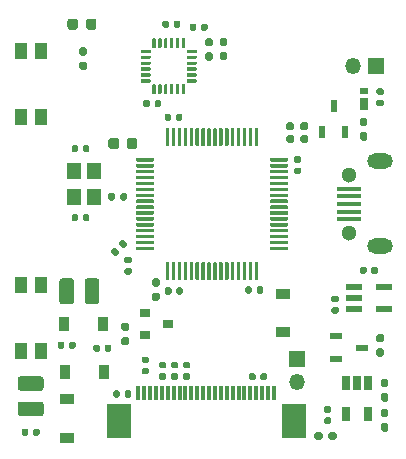
<source format=gbr>
%TF.GenerationSoftware,KiCad,Pcbnew,5.1.9-73d0e3b20d~88~ubuntu20.04.1*%
%TF.CreationDate,2021-02-04T03:58:01+01:00*%
%TF.ProjectId,MorphWatch-STM32,4d6f7270-6857-4617-9463-682d53544d33,rev?*%
%TF.SameCoordinates,Original*%
%TF.FileFunction,Paste,Top*%
%TF.FilePolarity,Positive*%
%FSLAX46Y46*%
G04 Gerber Fmt 4.6, Leading zero omitted, Abs format (unit mm)*
G04 Created by KiCad (PCBNEW 5.1.9-73d0e3b20d~88~ubuntu20.04.1) date 2021-02-04 03:58:01*
%MOMM*%
%LPD*%
G01*
G04 APERTURE LIST*
%ADD10O,1.350000X1.350000*%
%ADD11R,1.350000X1.350000*%
%ADD12R,2.000000X0.400000*%
%ADD13O,2.200000X1.300000*%
%ADD14C,1.300000*%
%ADD15R,0.800000X1.010000*%
%ADD16R,0.800000X0.610000*%
%ADD17R,1.200000X1.400000*%
%ADD18R,0.650000X1.220000*%
%ADD19R,1.000000X1.400000*%
%ADD20R,0.600000X1.100000*%
%ADD21R,0.900000X0.800000*%
%ADD22R,1.100000X0.600000*%
%ADD23R,0.300000X1.300000*%
%ADD24R,2.000000X3.000000*%
%ADD25R,1.400000X0.600000*%
%ADD26R,0.900000X1.200000*%
%ADD27R,1.200000X0.900000*%
G04 APERTURE END LIST*
%TO.C,C11*%
G36*
G01*
X124815000Y-79291000D02*
X124815000Y-78951000D01*
G75*
G02*
X124955000Y-78811000I140000J0D01*
G01*
X125235000Y-78811000D01*
G75*
G02*
X125375000Y-78951000I0J-140000D01*
G01*
X125375000Y-79291000D01*
G75*
G02*
X125235000Y-79431000I-140000J0D01*
G01*
X124955000Y-79431000D01*
G75*
G02*
X124815000Y-79291000I0J140000D01*
G01*
G37*
G36*
G01*
X123855000Y-79291000D02*
X123855000Y-78951000D01*
G75*
G02*
X123995000Y-78811000I140000J0D01*
G01*
X124275000Y-78811000D01*
G75*
G02*
X124415000Y-78951000I0J-140000D01*
G01*
X124415000Y-79291000D01*
G75*
G02*
X124275000Y-79431000I-140000J0D01*
G01*
X123995000Y-79431000D01*
G75*
G02*
X123855000Y-79291000I0J140000D01*
G01*
G37*
%TD*%
D10*
%TO.C,J4*%
X142938500Y-98901000D03*
D11*
X142938500Y-96901000D03*
%TD*%
%TO.C,C13*%
G36*
G01*
X145372000Y-101863500D02*
X145712000Y-101863500D01*
G75*
G02*
X145852000Y-102003500I0J-140000D01*
G01*
X145852000Y-102283500D01*
G75*
G02*
X145712000Y-102423500I-140000J0D01*
G01*
X145372000Y-102423500D01*
G75*
G02*
X145232000Y-102283500I0J140000D01*
G01*
X145232000Y-102003500D01*
G75*
G02*
X145372000Y-101863500I140000J0D01*
G01*
G37*
G36*
G01*
X145372000Y-100903500D02*
X145712000Y-100903500D01*
G75*
G02*
X145852000Y-101043500I0J-140000D01*
G01*
X145852000Y-101323500D01*
G75*
G02*
X145712000Y-101463500I-140000J0D01*
G01*
X145372000Y-101463500D01*
G75*
G02*
X145232000Y-101323500I0J140000D01*
G01*
X145232000Y-101043500D01*
G75*
G02*
X145372000Y-100903500I140000J0D01*
G01*
G37*
%TD*%
%TO.C,C22*%
G36*
G01*
X130483000Y-75141000D02*
X130483000Y-75481000D01*
G75*
G02*
X130343000Y-75621000I-140000J0D01*
G01*
X130063000Y-75621000D01*
G75*
G02*
X129923000Y-75481000I0J140000D01*
G01*
X129923000Y-75141000D01*
G75*
G02*
X130063000Y-75001000I140000J0D01*
G01*
X130343000Y-75001000D01*
G75*
G02*
X130483000Y-75141000I0J-140000D01*
G01*
G37*
G36*
G01*
X131443000Y-75141000D02*
X131443000Y-75481000D01*
G75*
G02*
X131303000Y-75621000I-140000J0D01*
G01*
X131023000Y-75621000D01*
G75*
G02*
X130883000Y-75481000I0J140000D01*
G01*
X130883000Y-75141000D01*
G75*
G02*
X131023000Y-75001000I140000J0D01*
G01*
X131303000Y-75001000D01*
G75*
G02*
X131443000Y-75141000I0J-140000D01*
G01*
G37*
%TD*%
%TO.C,C21*%
G36*
G01*
X132506000Y-68750000D02*
X132506000Y-68410000D01*
G75*
G02*
X132646000Y-68270000I140000J0D01*
G01*
X132926000Y-68270000D01*
G75*
G02*
X133066000Y-68410000I0J-140000D01*
G01*
X133066000Y-68750000D01*
G75*
G02*
X132926000Y-68890000I-140000J0D01*
G01*
X132646000Y-68890000D01*
G75*
G02*
X132506000Y-68750000I0J140000D01*
G01*
G37*
G36*
G01*
X131546000Y-68750000D02*
X131546000Y-68410000D01*
G75*
G02*
X131686000Y-68270000I140000J0D01*
G01*
X131966000Y-68270000D01*
G75*
G02*
X132106000Y-68410000I0J-140000D01*
G01*
X132106000Y-68750000D01*
G75*
G02*
X131966000Y-68890000I-140000J0D01*
G01*
X131686000Y-68890000D01*
G75*
G02*
X131546000Y-68750000I0J140000D01*
G01*
G37*
%TD*%
%TO.C,C8*%
G36*
G01*
X127943000Y-99715500D02*
X127943000Y-100055500D01*
G75*
G02*
X127803000Y-100195500I-140000J0D01*
G01*
X127523000Y-100195500D01*
G75*
G02*
X127383000Y-100055500I0J140000D01*
G01*
X127383000Y-99715500D01*
G75*
G02*
X127523000Y-99575500I140000J0D01*
G01*
X127803000Y-99575500D01*
G75*
G02*
X127943000Y-99715500I0J-140000D01*
G01*
G37*
G36*
G01*
X128903000Y-99715500D02*
X128903000Y-100055500D01*
G75*
G02*
X128763000Y-100195500I-140000J0D01*
G01*
X128483000Y-100195500D01*
G75*
G02*
X128343000Y-100055500I0J140000D01*
G01*
X128343000Y-99715500D01*
G75*
G02*
X128483000Y-99575500I140000J0D01*
G01*
X128763000Y-99575500D01*
G75*
G02*
X128903000Y-99715500I0J-140000D01*
G01*
G37*
%TD*%
%TO.C,R12*%
G36*
G01*
X127520000Y-83000000D02*
X127520000Y-83370000D01*
G75*
G02*
X127385000Y-83505000I-135000J0D01*
G01*
X127115000Y-83505000D01*
G75*
G02*
X126980000Y-83370000I0J135000D01*
G01*
X126980000Y-83000000D01*
G75*
G02*
X127115000Y-82865000I135000J0D01*
G01*
X127385000Y-82865000D01*
G75*
G02*
X127520000Y-83000000I0J-135000D01*
G01*
G37*
G36*
G01*
X128540000Y-83000000D02*
X128540000Y-83370000D01*
G75*
G02*
X128405000Y-83505000I-135000J0D01*
G01*
X128135000Y-83505000D01*
G75*
G02*
X128000000Y-83370000I0J135000D01*
G01*
X128000000Y-83000000D01*
G75*
G02*
X128135000Y-82865000I135000J0D01*
G01*
X128405000Y-82865000D01*
G75*
G02*
X128540000Y-83000000I0J-135000D01*
G01*
G37*
%TD*%
%TO.C,C23*%
G36*
G01*
X133434000Y-98117000D02*
X133774000Y-98117000D01*
G75*
G02*
X133914000Y-98257000I0J-140000D01*
G01*
X133914000Y-98537000D01*
G75*
G02*
X133774000Y-98677000I-140000J0D01*
G01*
X133434000Y-98677000D01*
G75*
G02*
X133294000Y-98537000I0J140000D01*
G01*
X133294000Y-98257000D01*
G75*
G02*
X133434000Y-98117000I140000J0D01*
G01*
G37*
G36*
G01*
X133434000Y-97157000D02*
X133774000Y-97157000D01*
G75*
G02*
X133914000Y-97297000I0J-140000D01*
G01*
X133914000Y-97577000D01*
G75*
G02*
X133774000Y-97717000I-140000J0D01*
G01*
X133434000Y-97717000D01*
G75*
G02*
X133294000Y-97577000I0J140000D01*
G01*
X133294000Y-97297000D01*
G75*
G02*
X133434000Y-97157000I140000J0D01*
G01*
G37*
%TD*%
%TO.C,C19*%
G36*
G01*
X134820000Y-69004000D02*
X134820000Y-68664000D01*
G75*
G02*
X134960000Y-68524000I140000J0D01*
G01*
X135240000Y-68524000D01*
G75*
G02*
X135380000Y-68664000I0J-140000D01*
G01*
X135380000Y-69004000D01*
G75*
G02*
X135240000Y-69144000I-140000J0D01*
G01*
X134960000Y-69144000D01*
G75*
G02*
X134820000Y-69004000I0J140000D01*
G01*
G37*
G36*
G01*
X133860000Y-69004000D02*
X133860000Y-68664000D01*
G75*
G02*
X134000000Y-68524000I140000J0D01*
G01*
X134280000Y-68524000D01*
G75*
G02*
X134420000Y-68664000I0J-140000D01*
G01*
X134420000Y-69004000D01*
G75*
G02*
X134280000Y-69144000I-140000J0D01*
G01*
X134000000Y-69144000D01*
G75*
G02*
X133860000Y-69004000I0J140000D01*
G01*
G37*
%TD*%
%TO.C,C18*%
G36*
G01*
X128481000Y-89227000D02*
X128821000Y-89227000D01*
G75*
G02*
X128961000Y-89367000I0J-140000D01*
G01*
X128961000Y-89647000D01*
G75*
G02*
X128821000Y-89787000I-140000J0D01*
G01*
X128481000Y-89787000D01*
G75*
G02*
X128341000Y-89647000I0J140000D01*
G01*
X128341000Y-89367000D01*
G75*
G02*
X128481000Y-89227000I140000J0D01*
G01*
G37*
G36*
G01*
X128481000Y-88267000D02*
X128821000Y-88267000D01*
G75*
G02*
X128961000Y-88407000I0J-140000D01*
G01*
X128961000Y-88687000D01*
G75*
G02*
X128821000Y-88827000I-140000J0D01*
G01*
X128481000Y-88827000D01*
G75*
G02*
X128341000Y-88687000I0J140000D01*
G01*
X128341000Y-88407000D01*
G75*
G02*
X128481000Y-88267000I140000J0D01*
G01*
G37*
%TD*%
%TO.C,C17*%
G36*
G01*
X127627371Y-87524213D02*
X127867787Y-87764629D01*
G75*
G02*
X127867787Y-87962619I-98995J-98995D01*
G01*
X127669797Y-88160609D01*
G75*
G02*
X127471807Y-88160609I-98995J98995D01*
G01*
X127231391Y-87920193D01*
G75*
G02*
X127231391Y-87722203I98995J98995D01*
G01*
X127429381Y-87524213D01*
G75*
G02*
X127627371Y-87524213I98995J-98995D01*
G01*
G37*
G36*
G01*
X128306193Y-86845391D02*
X128546609Y-87085807D01*
G75*
G02*
X128546609Y-87283797I-98995J-98995D01*
G01*
X128348619Y-87481787D01*
G75*
G02*
X128150629Y-87481787I-98995J98995D01*
G01*
X127910213Y-87241371D01*
G75*
G02*
X127910213Y-87043381I98995J98995D01*
G01*
X128108203Y-86845391D01*
G75*
G02*
X128306193Y-86845391I98995J-98995D01*
G01*
G37*
%TD*%
%TO.C,C16*%
G36*
G01*
X132324500Y-90990600D02*
X132324500Y-91330600D01*
G75*
G02*
X132184500Y-91470600I-140000J0D01*
G01*
X131904500Y-91470600D01*
G75*
G02*
X131764500Y-91330600I0J140000D01*
G01*
X131764500Y-90990600D01*
G75*
G02*
X131904500Y-90850600I140000J0D01*
G01*
X132184500Y-90850600D01*
G75*
G02*
X132324500Y-90990600I0J-140000D01*
G01*
G37*
G36*
G01*
X133284500Y-90990600D02*
X133284500Y-91330600D01*
G75*
G02*
X133144500Y-91470600I-140000J0D01*
G01*
X132864500Y-91470600D01*
G75*
G02*
X132724500Y-91330600I0J140000D01*
G01*
X132724500Y-90990600D01*
G75*
G02*
X132864500Y-90850600I140000J0D01*
G01*
X133144500Y-90850600D01*
G75*
G02*
X133284500Y-90990600I0J-140000D01*
G01*
G37*
%TD*%
%TO.C,C15*%
G36*
G01*
X142832000Y-80718000D02*
X143172000Y-80718000D01*
G75*
G02*
X143312000Y-80858000I0J-140000D01*
G01*
X143312000Y-81138000D01*
G75*
G02*
X143172000Y-81278000I-140000J0D01*
G01*
X142832000Y-81278000D01*
G75*
G02*
X142692000Y-81138000I0J140000D01*
G01*
X142692000Y-80858000D01*
G75*
G02*
X142832000Y-80718000I140000J0D01*
G01*
G37*
G36*
G01*
X142832000Y-79758000D02*
X143172000Y-79758000D01*
G75*
G02*
X143312000Y-79898000I0J-140000D01*
G01*
X143312000Y-80178000D01*
G75*
G02*
X143172000Y-80318000I-140000J0D01*
G01*
X142832000Y-80318000D01*
G75*
G02*
X142692000Y-80178000I0J140000D01*
G01*
X142692000Y-79898000D01*
G75*
G02*
X142832000Y-79758000I140000J0D01*
G01*
G37*
%TD*%
%TO.C,C14*%
G36*
G01*
X132689000Y-76624000D02*
X132689000Y-76284000D01*
G75*
G02*
X132829000Y-76144000I140000J0D01*
G01*
X133109000Y-76144000D01*
G75*
G02*
X133249000Y-76284000I0J-140000D01*
G01*
X133249000Y-76624000D01*
G75*
G02*
X133109000Y-76764000I-140000J0D01*
G01*
X132829000Y-76764000D01*
G75*
G02*
X132689000Y-76624000I0J140000D01*
G01*
G37*
G36*
G01*
X131729000Y-76624000D02*
X131729000Y-76284000D01*
G75*
G02*
X131869000Y-76144000I140000J0D01*
G01*
X132149000Y-76144000D01*
G75*
G02*
X132289000Y-76284000I0J-140000D01*
G01*
X132289000Y-76624000D01*
G75*
G02*
X132149000Y-76764000I-140000J0D01*
G01*
X131869000Y-76764000D01*
G75*
G02*
X131729000Y-76624000I0J140000D01*
G01*
G37*
%TD*%
%TO.C,C12*%
G36*
G01*
X124415000Y-84793000D02*
X124415000Y-85133000D01*
G75*
G02*
X124275000Y-85273000I-140000J0D01*
G01*
X123995000Y-85273000D01*
G75*
G02*
X123855000Y-85133000I0J140000D01*
G01*
X123855000Y-84793000D01*
G75*
G02*
X123995000Y-84653000I140000J0D01*
G01*
X124275000Y-84653000D01*
G75*
G02*
X124415000Y-84793000I0J-140000D01*
G01*
G37*
G36*
G01*
X125375000Y-84793000D02*
X125375000Y-85133000D01*
G75*
G02*
X125235000Y-85273000I-140000J0D01*
G01*
X124955000Y-85273000D01*
G75*
G02*
X124815000Y-85133000I0J140000D01*
G01*
X124815000Y-84793000D01*
G75*
G02*
X124955000Y-84653000I140000J0D01*
G01*
X125235000Y-84653000D01*
G75*
G02*
X125375000Y-84793000I0J-140000D01*
G01*
G37*
%TD*%
%TO.C,C10*%
G36*
G01*
X148834500Y-89238000D02*
X148834500Y-89578000D01*
G75*
G02*
X148694500Y-89718000I-140000J0D01*
G01*
X148414500Y-89718000D01*
G75*
G02*
X148274500Y-89578000I0J140000D01*
G01*
X148274500Y-89238000D01*
G75*
G02*
X148414500Y-89098000I140000J0D01*
G01*
X148694500Y-89098000D01*
G75*
G02*
X148834500Y-89238000I0J-140000D01*
G01*
G37*
G36*
G01*
X149794500Y-89238000D02*
X149794500Y-89578000D01*
G75*
G02*
X149654500Y-89718000I-140000J0D01*
G01*
X149374500Y-89718000D01*
G75*
G02*
X149234500Y-89578000I0J140000D01*
G01*
X149234500Y-89238000D01*
G75*
G02*
X149374500Y-89098000I140000J0D01*
G01*
X149654500Y-89098000D01*
G75*
G02*
X149794500Y-89238000I0J-140000D01*
G01*
G37*
%TD*%
%TO.C,C9*%
G36*
G01*
X139836500Y-98595000D02*
X139836500Y-98255000D01*
G75*
G02*
X139976500Y-98115000I140000J0D01*
G01*
X140256500Y-98115000D01*
G75*
G02*
X140396500Y-98255000I0J-140000D01*
G01*
X140396500Y-98595000D01*
G75*
G02*
X140256500Y-98735000I-140000J0D01*
G01*
X139976500Y-98735000D01*
G75*
G02*
X139836500Y-98595000I0J140000D01*
G01*
G37*
G36*
G01*
X138876500Y-98595000D02*
X138876500Y-98255000D01*
G75*
G02*
X139016500Y-98115000I140000J0D01*
G01*
X139296500Y-98115000D01*
G75*
G02*
X139436500Y-98255000I0J-140000D01*
G01*
X139436500Y-98595000D01*
G75*
G02*
X139296500Y-98735000I-140000J0D01*
G01*
X139016500Y-98735000D01*
G75*
G02*
X138876500Y-98595000I0J140000D01*
G01*
G37*
%TD*%
%TO.C,C7*%
G36*
G01*
X130281500Y-97272500D02*
X129941500Y-97272500D01*
G75*
G02*
X129801500Y-97132500I0J140000D01*
G01*
X129801500Y-96852500D01*
G75*
G02*
X129941500Y-96712500I140000J0D01*
G01*
X130281500Y-96712500D01*
G75*
G02*
X130421500Y-96852500I0J-140000D01*
G01*
X130421500Y-97132500D01*
G75*
G02*
X130281500Y-97272500I-140000J0D01*
G01*
G37*
G36*
G01*
X130281500Y-98232500D02*
X129941500Y-98232500D01*
G75*
G02*
X129801500Y-98092500I0J140000D01*
G01*
X129801500Y-97812500D01*
G75*
G02*
X129941500Y-97672500I140000J0D01*
G01*
X130281500Y-97672500D01*
G75*
G02*
X130421500Y-97812500I0J-140000D01*
G01*
X130421500Y-98092500D01*
G75*
G02*
X130281500Y-98232500I-140000J0D01*
G01*
G37*
%TD*%
%TO.C,C6*%
G36*
G01*
X131742000Y-97717000D02*
X131402000Y-97717000D01*
G75*
G02*
X131262000Y-97577000I0J140000D01*
G01*
X131262000Y-97297000D01*
G75*
G02*
X131402000Y-97157000I140000J0D01*
G01*
X131742000Y-97157000D01*
G75*
G02*
X131882000Y-97297000I0J-140000D01*
G01*
X131882000Y-97577000D01*
G75*
G02*
X131742000Y-97717000I-140000J0D01*
G01*
G37*
G36*
G01*
X131742000Y-98677000D02*
X131402000Y-98677000D01*
G75*
G02*
X131262000Y-98537000I0J140000D01*
G01*
X131262000Y-98257000D01*
G75*
G02*
X131402000Y-98117000I140000J0D01*
G01*
X131742000Y-98117000D01*
G75*
G02*
X131882000Y-98257000I0J-140000D01*
G01*
X131882000Y-98537000D01*
G75*
G02*
X131742000Y-98677000I-140000J0D01*
G01*
G37*
%TD*%
%TO.C,C5*%
G36*
G01*
X132758000Y-97717000D02*
X132418000Y-97717000D01*
G75*
G02*
X132278000Y-97577000I0J140000D01*
G01*
X132278000Y-97297000D01*
G75*
G02*
X132418000Y-97157000I140000J0D01*
G01*
X132758000Y-97157000D01*
G75*
G02*
X132898000Y-97297000I0J-140000D01*
G01*
X132898000Y-97577000D01*
G75*
G02*
X132758000Y-97717000I-140000J0D01*
G01*
G37*
G36*
G01*
X132758000Y-98677000D02*
X132418000Y-98677000D01*
G75*
G02*
X132278000Y-98537000I0J140000D01*
G01*
X132278000Y-98257000D01*
G75*
G02*
X132418000Y-98117000I140000J0D01*
G01*
X132758000Y-98117000D01*
G75*
G02*
X132898000Y-98257000I0J-140000D01*
G01*
X132898000Y-98537000D01*
G75*
G02*
X132758000Y-98677000I-140000J0D01*
G01*
G37*
%TD*%
%TO.C,C4*%
G36*
G01*
X146347000Y-92129000D02*
X146007000Y-92129000D01*
G75*
G02*
X145867000Y-91989000I0J140000D01*
G01*
X145867000Y-91709000D01*
G75*
G02*
X146007000Y-91569000I140000J0D01*
G01*
X146347000Y-91569000D01*
G75*
G02*
X146487000Y-91709000I0J-140000D01*
G01*
X146487000Y-91989000D01*
G75*
G02*
X146347000Y-92129000I-140000J0D01*
G01*
G37*
G36*
G01*
X146347000Y-93089000D02*
X146007000Y-93089000D01*
G75*
G02*
X145867000Y-92949000I0J140000D01*
G01*
X145867000Y-92669000D01*
G75*
G02*
X146007000Y-92529000I140000J0D01*
G01*
X146347000Y-92529000D01*
G75*
G02*
X146487000Y-92669000I0J-140000D01*
G01*
X146487000Y-92949000D01*
G75*
G02*
X146347000Y-93089000I-140000J0D01*
G01*
G37*
%TD*%
%TO.C,C3*%
G36*
G01*
X126664000Y-96182000D02*
X126664000Y-95842000D01*
G75*
G02*
X126804000Y-95702000I140000J0D01*
G01*
X127084000Y-95702000D01*
G75*
G02*
X127224000Y-95842000I0J-140000D01*
G01*
X127224000Y-96182000D01*
G75*
G02*
X127084000Y-96322000I-140000J0D01*
G01*
X126804000Y-96322000D01*
G75*
G02*
X126664000Y-96182000I0J140000D01*
G01*
G37*
G36*
G01*
X125704000Y-96182000D02*
X125704000Y-95842000D01*
G75*
G02*
X125844000Y-95702000I140000J0D01*
G01*
X126124000Y-95702000D01*
G75*
G02*
X126264000Y-95842000I0J-140000D01*
G01*
X126264000Y-96182000D01*
G75*
G02*
X126124000Y-96322000I-140000J0D01*
G01*
X125844000Y-96322000D01*
G75*
G02*
X125704000Y-96182000I0J140000D01*
G01*
G37*
%TD*%
%TO.C,C2*%
G36*
G01*
X123244000Y-95588000D02*
X123244000Y-95928000D01*
G75*
G02*
X123104000Y-96068000I-140000J0D01*
G01*
X122824000Y-96068000D01*
G75*
G02*
X122684000Y-95928000I0J140000D01*
G01*
X122684000Y-95588000D01*
G75*
G02*
X122824000Y-95448000I140000J0D01*
G01*
X123104000Y-95448000D01*
G75*
G02*
X123244000Y-95588000I0J-140000D01*
G01*
G37*
G36*
G01*
X124204000Y-95588000D02*
X124204000Y-95928000D01*
G75*
G02*
X124064000Y-96068000I-140000J0D01*
G01*
X123784000Y-96068000D01*
G75*
G02*
X123644000Y-95928000I0J140000D01*
G01*
X123644000Y-95588000D01*
G75*
G02*
X123784000Y-95448000I140000J0D01*
G01*
X124064000Y-95448000D01*
G75*
G02*
X124204000Y-95588000I0J-140000D01*
G01*
G37*
%TD*%
%TO.C,C1*%
G36*
G01*
X120596000Y-103294000D02*
X120596000Y-102954000D01*
G75*
G02*
X120736000Y-102814000I140000J0D01*
G01*
X121016000Y-102814000D01*
G75*
G02*
X121156000Y-102954000I0J-140000D01*
G01*
X121156000Y-103294000D01*
G75*
G02*
X121016000Y-103434000I-140000J0D01*
G01*
X120736000Y-103434000D01*
G75*
G02*
X120596000Y-103294000I0J140000D01*
G01*
G37*
G36*
G01*
X119636000Y-103294000D02*
X119636000Y-102954000D01*
G75*
G02*
X119776000Y-102814000I140000J0D01*
G01*
X120056000Y-102814000D01*
G75*
G02*
X120196000Y-102954000I0J-140000D01*
G01*
X120196000Y-103294000D01*
G75*
G02*
X120056000Y-103434000I-140000J0D01*
G01*
X119776000Y-103434000D01*
G75*
G02*
X119636000Y-103294000I0J140000D01*
G01*
G37*
%TD*%
D12*
%TO.C,J1*%
X147320000Y-82490000D03*
X147320000Y-83140000D03*
X147320000Y-83790000D03*
X147320000Y-84440000D03*
X147320000Y-85090000D03*
D13*
X149982000Y-80190000D03*
X149982000Y-87390000D03*
D14*
X147312000Y-86215000D03*
X147312000Y-81365000D03*
%TD*%
D15*
%TO.C,D6*%
X148590000Y-75348000D03*
D16*
X148590000Y-74258000D03*
%TD*%
D17*
%TO.C,Y1*%
X125730000Y-80985000D03*
X125730000Y-83185000D03*
X124030000Y-83185000D03*
X124030000Y-80985000D03*
%TD*%
%TO.C,U4*%
G36*
G01*
X133255000Y-73661000D02*
X133405000Y-73661000D01*
G75*
G02*
X133480000Y-73736000I0J-75000D01*
G01*
X133480000Y-74436000D01*
G75*
G02*
X133405000Y-74511000I-75000J0D01*
G01*
X133255000Y-74511000D01*
G75*
G02*
X133180000Y-74436000I0J75000D01*
G01*
X133180000Y-73736000D01*
G75*
G02*
X133255000Y-73661000I75000J0D01*
G01*
G37*
G36*
G01*
X132755000Y-73661000D02*
X132905000Y-73661000D01*
G75*
G02*
X132980000Y-73736000I0J-75000D01*
G01*
X132980000Y-74436000D01*
G75*
G02*
X132905000Y-74511000I-75000J0D01*
G01*
X132755000Y-74511000D01*
G75*
G02*
X132680000Y-74436000I0J75000D01*
G01*
X132680000Y-73736000D01*
G75*
G02*
X132755000Y-73661000I75000J0D01*
G01*
G37*
G36*
G01*
X132255000Y-73661000D02*
X132405000Y-73661000D01*
G75*
G02*
X132480000Y-73736000I0J-75000D01*
G01*
X132480000Y-74436000D01*
G75*
G02*
X132405000Y-74511000I-75000J0D01*
G01*
X132255000Y-74511000D01*
G75*
G02*
X132180000Y-74436000I0J75000D01*
G01*
X132180000Y-73736000D01*
G75*
G02*
X132255000Y-73661000I75000J0D01*
G01*
G37*
G36*
G01*
X131755000Y-73661000D02*
X131905000Y-73661000D01*
G75*
G02*
X131980000Y-73736000I0J-75000D01*
G01*
X131980000Y-74436000D01*
G75*
G02*
X131905000Y-74511000I-75000J0D01*
G01*
X131755000Y-74511000D01*
G75*
G02*
X131680000Y-74436000I0J75000D01*
G01*
X131680000Y-73736000D01*
G75*
G02*
X131755000Y-73661000I75000J0D01*
G01*
G37*
G36*
G01*
X131255000Y-73661000D02*
X131405000Y-73661000D01*
G75*
G02*
X131480000Y-73736000I0J-75000D01*
G01*
X131480000Y-74436000D01*
G75*
G02*
X131405000Y-74511000I-75000J0D01*
G01*
X131255000Y-74511000D01*
G75*
G02*
X131180000Y-74436000I0J75000D01*
G01*
X131180000Y-73736000D01*
G75*
G02*
X131255000Y-73661000I75000J0D01*
G01*
G37*
G36*
G01*
X130755000Y-73661000D02*
X130905000Y-73661000D01*
G75*
G02*
X130980000Y-73736000I0J-75000D01*
G01*
X130980000Y-74436000D01*
G75*
G02*
X130905000Y-74511000I-75000J0D01*
G01*
X130755000Y-74511000D01*
G75*
G02*
X130680000Y-74436000I0J75000D01*
G01*
X130680000Y-73736000D01*
G75*
G02*
X130755000Y-73661000I75000J0D01*
G01*
G37*
G36*
G01*
X130555000Y-73311000D02*
X130555000Y-73461000D01*
G75*
G02*
X130480000Y-73536000I-75000J0D01*
G01*
X129780000Y-73536000D01*
G75*
G02*
X129705000Y-73461000I0J75000D01*
G01*
X129705000Y-73311000D01*
G75*
G02*
X129780000Y-73236000I75000J0D01*
G01*
X130480000Y-73236000D01*
G75*
G02*
X130555000Y-73311000I0J-75000D01*
G01*
G37*
G36*
G01*
X130555000Y-72811000D02*
X130555000Y-72961000D01*
G75*
G02*
X130480000Y-73036000I-75000J0D01*
G01*
X129780000Y-73036000D01*
G75*
G02*
X129705000Y-72961000I0J75000D01*
G01*
X129705000Y-72811000D01*
G75*
G02*
X129780000Y-72736000I75000J0D01*
G01*
X130480000Y-72736000D01*
G75*
G02*
X130555000Y-72811000I0J-75000D01*
G01*
G37*
G36*
G01*
X130555000Y-72311000D02*
X130555000Y-72461000D01*
G75*
G02*
X130480000Y-72536000I-75000J0D01*
G01*
X129780000Y-72536000D01*
G75*
G02*
X129705000Y-72461000I0J75000D01*
G01*
X129705000Y-72311000D01*
G75*
G02*
X129780000Y-72236000I75000J0D01*
G01*
X130480000Y-72236000D01*
G75*
G02*
X130555000Y-72311000I0J-75000D01*
G01*
G37*
G36*
G01*
X130555000Y-71811000D02*
X130555000Y-71961000D01*
G75*
G02*
X130480000Y-72036000I-75000J0D01*
G01*
X129780000Y-72036000D01*
G75*
G02*
X129705000Y-71961000I0J75000D01*
G01*
X129705000Y-71811000D01*
G75*
G02*
X129780000Y-71736000I75000J0D01*
G01*
X130480000Y-71736000D01*
G75*
G02*
X130555000Y-71811000I0J-75000D01*
G01*
G37*
G36*
G01*
X130555000Y-71311000D02*
X130555000Y-71461000D01*
G75*
G02*
X130480000Y-71536000I-75000J0D01*
G01*
X129780000Y-71536000D01*
G75*
G02*
X129705000Y-71461000I0J75000D01*
G01*
X129705000Y-71311000D01*
G75*
G02*
X129780000Y-71236000I75000J0D01*
G01*
X130480000Y-71236000D01*
G75*
G02*
X130555000Y-71311000I0J-75000D01*
G01*
G37*
G36*
G01*
X130555000Y-70811000D02*
X130555000Y-70961000D01*
G75*
G02*
X130480000Y-71036000I-75000J0D01*
G01*
X129780000Y-71036000D01*
G75*
G02*
X129705000Y-70961000I0J75000D01*
G01*
X129705000Y-70811000D01*
G75*
G02*
X129780000Y-70736000I75000J0D01*
G01*
X130480000Y-70736000D01*
G75*
G02*
X130555000Y-70811000I0J-75000D01*
G01*
G37*
G36*
G01*
X130755000Y-69761000D02*
X130905000Y-69761000D01*
G75*
G02*
X130980000Y-69836000I0J-75000D01*
G01*
X130980000Y-70536000D01*
G75*
G02*
X130905000Y-70611000I-75000J0D01*
G01*
X130755000Y-70611000D01*
G75*
G02*
X130680000Y-70536000I0J75000D01*
G01*
X130680000Y-69836000D01*
G75*
G02*
X130755000Y-69761000I75000J0D01*
G01*
G37*
G36*
G01*
X131255000Y-69761000D02*
X131405000Y-69761000D01*
G75*
G02*
X131480000Y-69836000I0J-75000D01*
G01*
X131480000Y-70536000D01*
G75*
G02*
X131405000Y-70611000I-75000J0D01*
G01*
X131255000Y-70611000D01*
G75*
G02*
X131180000Y-70536000I0J75000D01*
G01*
X131180000Y-69836000D01*
G75*
G02*
X131255000Y-69761000I75000J0D01*
G01*
G37*
G36*
G01*
X131755000Y-69761000D02*
X131905000Y-69761000D01*
G75*
G02*
X131980000Y-69836000I0J-75000D01*
G01*
X131980000Y-70536000D01*
G75*
G02*
X131905000Y-70611000I-75000J0D01*
G01*
X131755000Y-70611000D01*
G75*
G02*
X131680000Y-70536000I0J75000D01*
G01*
X131680000Y-69836000D01*
G75*
G02*
X131755000Y-69761000I75000J0D01*
G01*
G37*
G36*
G01*
X132255000Y-69761000D02*
X132405000Y-69761000D01*
G75*
G02*
X132480000Y-69836000I0J-75000D01*
G01*
X132480000Y-70536000D01*
G75*
G02*
X132405000Y-70611000I-75000J0D01*
G01*
X132255000Y-70611000D01*
G75*
G02*
X132180000Y-70536000I0J75000D01*
G01*
X132180000Y-69836000D01*
G75*
G02*
X132255000Y-69761000I75000J0D01*
G01*
G37*
G36*
G01*
X132755000Y-69761000D02*
X132905000Y-69761000D01*
G75*
G02*
X132980000Y-69836000I0J-75000D01*
G01*
X132980000Y-70536000D01*
G75*
G02*
X132905000Y-70611000I-75000J0D01*
G01*
X132755000Y-70611000D01*
G75*
G02*
X132680000Y-70536000I0J75000D01*
G01*
X132680000Y-69836000D01*
G75*
G02*
X132755000Y-69761000I75000J0D01*
G01*
G37*
G36*
G01*
X133255000Y-69761000D02*
X133405000Y-69761000D01*
G75*
G02*
X133480000Y-69836000I0J-75000D01*
G01*
X133480000Y-70536000D01*
G75*
G02*
X133405000Y-70611000I-75000J0D01*
G01*
X133255000Y-70611000D01*
G75*
G02*
X133180000Y-70536000I0J75000D01*
G01*
X133180000Y-69836000D01*
G75*
G02*
X133255000Y-69761000I75000J0D01*
G01*
G37*
G36*
G01*
X134455000Y-70811000D02*
X134455000Y-70961000D01*
G75*
G02*
X134380000Y-71036000I-75000J0D01*
G01*
X133680000Y-71036000D01*
G75*
G02*
X133605000Y-70961000I0J75000D01*
G01*
X133605000Y-70811000D01*
G75*
G02*
X133680000Y-70736000I75000J0D01*
G01*
X134380000Y-70736000D01*
G75*
G02*
X134455000Y-70811000I0J-75000D01*
G01*
G37*
G36*
G01*
X134455000Y-71311000D02*
X134455000Y-71461000D01*
G75*
G02*
X134380000Y-71536000I-75000J0D01*
G01*
X133680000Y-71536000D01*
G75*
G02*
X133605000Y-71461000I0J75000D01*
G01*
X133605000Y-71311000D01*
G75*
G02*
X133680000Y-71236000I75000J0D01*
G01*
X134380000Y-71236000D01*
G75*
G02*
X134455000Y-71311000I0J-75000D01*
G01*
G37*
G36*
G01*
X134455000Y-71811000D02*
X134455000Y-71961000D01*
G75*
G02*
X134380000Y-72036000I-75000J0D01*
G01*
X133680000Y-72036000D01*
G75*
G02*
X133605000Y-71961000I0J75000D01*
G01*
X133605000Y-71811000D01*
G75*
G02*
X133680000Y-71736000I75000J0D01*
G01*
X134380000Y-71736000D01*
G75*
G02*
X134455000Y-71811000I0J-75000D01*
G01*
G37*
G36*
G01*
X134455000Y-72311000D02*
X134455000Y-72461000D01*
G75*
G02*
X134380000Y-72536000I-75000J0D01*
G01*
X133680000Y-72536000D01*
G75*
G02*
X133605000Y-72461000I0J75000D01*
G01*
X133605000Y-72311000D01*
G75*
G02*
X133680000Y-72236000I75000J0D01*
G01*
X134380000Y-72236000D01*
G75*
G02*
X134455000Y-72311000I0J-75000D01*
G01*
G37*
G36*
G01*
X134455000Y-72811000D02*
X134455000Y-72961000D01*
G75*
G02*
X134380000Y-73036000I-75000J0D01*
G01*
X133680000Y-73036000D01*
G75*
G02*
X133605000Y-72961000I0J75000D01*
G01*
X133605000Y-72811000D01*
G75*
G02*
X133680000Y-72736000I75000J0D01*
G01*
X134380000Y-72736000D01*
G75*
G02*
X134455000Y-72811000I0J-75000D01*
G01*
G37*
G36*
G01*
X134455000Y-73311000D02*
X134455000Y-73461000D01*
G75*
G02*
X134380000Y-73536000I-75000J0D01*
G01*
X133680000Y-73536000D01*
G75*
G02*
X133605000Y-73461000I0J75000D01*
G01*
X133605000Y-73311000D01*
G75*
G02*
X133680000Y-73236000I75000J0D01*
G01*
X134380000Y-73236000D01*
G75*
G02*
X134455000Y-73311000I0J-75000D01*
G01*
G37*
%TD*%
%TO.C,U2*%
G36*
G01*
X131849600Y-78834200D02*
X131849600Y-77434200D01*
G75*
G02*
X131924600Y-77359200I75000J0D01*
G01*
X132074600Y-77359200D01*
G75*
G02*
X132149600Y-77434200I0J-75000D01*
G01*
X132149600Y-78834200D01*
G75*
G02*
X132074600Y-78909200I-75000J0D01*
G01*
X131924600Y-78909200D01*
G75*
G02*
X131849600Y-78834200I0J75000D01*
G01*
G37*
G36*
G01*
X132349600Y-78834200D02*
X132349600Y-77434200D01*
G75*
G02*
X132424600Y-77359200I75000J0D01*
G01*
X132574600Y-77359200D01*
G75*
G02*
X132649600Y-77434200I0J-75000D01*
G01*
X132649600Y-78834200D01*
G75*
G02*
X132574600Y-78909200I-75000J0D01*
G01*
X132424600Y-78909200D01*
G75*
G02*
X132349600Y-78834200I0J75000D01*
G01*
G37*
G36*
G01*
X132849600Y-78834200D02*
X132849600Y-77434200D01*
G75*
G02*
X132924600Y-77359200I75000J0D01*
G01*
X133074600Y-77359200D01*
G75*
G02*
X133149600Y-77434200I0J-75000D01*
G01*
X133149600Y-78834200D01*
G75*
G02*
X133074600Y-78909200I-75000J0D01*
G01*
X132924600Y-78909200D01*
G75*
G02*
X132849600Y-78834200I0J75000D01*
G01*
G37*
G36*
G01*
X133349600Y-78834200D02*
X133349600Y-77434200D01*
G75*
G02*
X133424600Y-77359200I75000J0D01*
G01*
X133574600Y-77359200D01*
G75*
G02*
X133649600Y-77434200I0J-75000D01*
G01*
X133649600Y-78834200D01*
G75*
G02*
X133574600Y-78909200I-75000J0D01*
G01*
X133424600Y-78909200D01*
G75*
G02*
X133349600Y-78834200I0J75000D01*
G01*
G37*
G36*
G01*
X133849600Y-78834200D02*
X133849600Y-77434200D01*
G75*
G02*
X133924600Y-77359200I75000J0D01*
G01*
X134074600Y-77359200D01*
G75*
G02*
X134149600Y-77434200I0J-75000D01*
G01*
X134149600Y-78834200D01*
G75*
G02*
X134074600Y-78909200I-75000J0D01*
G01*
X133924600Y-78909200D01*
G75*
G02*
X133849600Y-78834200I0J75000D01*
G01*
G37*
G36*
G01*
X134349600Y-78834200D02*
X134349600Y-77434200D01*
G75*
G02*
X134424600Y-77359200I75000J0D01*
G01*
X134574600Y-77359200D01*
G75*
G02*
X134649600Y-77434200I0J-75000D01*
G01*
X134649600Y-78834200D01*
G75*
G02*
X134574600Y-78909200I-75000J0D01*
G01*
X134424600Y-78909200D01*
G75*
G02*
X134349600Y-78834200I0J75000D01*
G01*
G37*
G36*
G01*
X134849600Y-78834200D02*
X134849600Y-77434200D01*
G75*
G02*
X134924600Y-77359200I75000J0D01*
G01*
X135074600Y-77359200D01*
G75*
G02*
X135149600Y-77434200I0J-75000D01*
G01*
X135149600Y-78834200D01*
G75*
G02*
X135074600Y-78909200I-75000J0D01*
G01*
X134924600Y-78909200D01*
G75*
G02*
X134849600Y-78834200I0J75000D01*
G01*
G37*
G36*
G01*
X135349600Y-78834200D02*
X135349600Y-77434200D01*
G75*
G02*
X135424600Y-77359200I75000J0D01*
G01*
X135574600Y-77359200D01*
G75*
G02*
X135649600Y-77434200I0J-75000D01*
G01*
X135649600Y-78834200D01*
G75*
G02*
X135574600Y-78909200I-75000J0D01*
G01*
X135424600Y-78909200D01*
G75*
G02*
X135349600Y-78834200I0J75000D01*
G01*
G37*
G36*
G01*
X135849600Y-78834200D02*
X135849600Y-77434200D01*
G75*
G02*
X135924600Y-77359200I75000J0D01*
G01*
X136074600Y-77359200D01*
G75*
G02*
X136149600Y-77434200I0J-75000D01*
G01*
X136149600Y-78834200D01*
G75*
G02*
X136074600Y-78909200I-75000J0D01*
G01*
X135924600Y-78909200D01*
G75*
G02*
X135849600Y-78834200I0J75000D01*
G01*
G37*
G36*
G01*
X136349600Y-78834200D02*
X136349600Y-77434200D01*
G75*
G02*
X136424600Y-77359200I75000J0D01*
G01*
X136574600Y-77359200D01*
G75*
G02*
X136649600Y-77434200I0J-75000D01*
G01*
X136649600Y-78834200D01*
G75*
G02*
X136574600Y-78909200I-75000J0D01*
G01*
X136424600Y-78909200D01*
G75*
G02*
X136349600Y-78834200I0J75000D01*
G01*
G37*
G36*
G01*
X136849600Y-78834200D02*
X136849600Y-77434200D01*
G75*
G02*
X136924600Y-77359200I75000J0D01*
G01*
X137074600Y-77359200D01*
G75*
G02*
X137149600Y-77434200I0J-75000D01*
G01*
X137149600Y-78834200D01*
G75*
G02*
X137074600Y-78909200I-75000J0D01*
G01*
X136924600Y-78909200D01*
G75*
G02*
X136849600Y-78834200I0J75000D01*
G01*
G37*
G36*
G01*
X137349600Y-78834200D02*
X137349600Y-77434200D01*
G75*
G02*
X137424600Y-77359200I75000J0D01*
G01*
X137574600Y-77359200D01*
G75*
G02*
X137649600Y-77434200I0J-75000D01*
G01*
X137649600Y-78834200D01*
G75*
G02*
X137574600Y-78909200I-75000J0D01*
G01*
X137424600Y-78909200D01*
G75*
G02*
X137349600Y-78834200I0J75000D01*
G01*
G37*
G36*
G01*
X137849600Y-78834200D02*
X137849600Y-77434200D01*
G75*
G02*
X137924600Y-77359200I75000J0D01*
G01*
X138074600Y-77359200D01*
G75*
G02*
X138149600Y-77434200I0J-75000D01*
G01*
X138149600Y-78834200D01*
G75*
G02*
X138074600Y-78909200I-75000J0D01*
G01*
X137924600Y-78909200D01*
G75*
G02*
X137849600Y-78834200I0J75000D01*
G01*
G37*
G36*
G01*
X138349600Y-78834200D02*
X138349600Y-77434200D01*
G75*
G02*
X138424600Y-77359200I75000J0D01*
G01*
X138574600Y-77359200D01*
G75*
G02*
X138649600Y-77434200I0J-75000D01*
G01*
X138649600Y-78834200D01*
G75*
G02*
X138574600Y-78909200I-75000J0D01*
G01*
X138424600Y-78909200D01*
G75*
G02*
X138349600Y-78834200I0J75000D01*
G01*
G37*
G36*
G01*
X138849600Y-78834200D02*
X138849600Y-77434200D01*
G75*
G02*
X138924600Y-77359200I75000J0D01*
G01*
X139074600Y-77359200D01*
G75*
G02*
X139149600Y-77434200I0J-75000D01*
G01*
X139149600Y-78834200D01*
G75*
G02*
X139074600Y-78909200I-75000J0D01*
G01*
X138924600Y-78909200D01*
G75*
G02*
X138849600Y-78834200I0J75000D01*
G01*
G37*
G36*
G01*
X139349600Y-78834200D02*
X139349600Y-77434200D01*
G75*
G02*
X139424600Y-77359200I75000J0D01*
G01*
X139574600Y-77359200D01*
G75*
G02*
X139649600Y-77434200I0J-75000D01*
G01*
X139649600Y-78834200D01*
G75*
G02*
X139574600Y-78909200I-75000J0D01*
G01*
X139424600Y-78909200D01*
G75*
G02*
X139349600Y-78834200I0J75000D01*
G01*
G37*
G36*
G01*
X140649600Y-80134200D02*
X140649600Y-79984200D01*
G75*
G02*
X140724600Y-79909200I75000J0D01*
G01*
X142124600Y-79909200D01*
G75*
G02*
X142199600Y-79984200I0J-75000D01*
G01*
X142199600Y-80134200D01*
G75*
G02*
X142124600Y-80209200I-75000J0D01*
G01*
X140724600Y-80209200D01*
G75*
G02*
X140649600Y-80134200I0J75000D01*
G01*
G37*
G36*
G01*
X140649600Y-80634200D02*
X140649600Y-80484200D01*
G75*
G02*
X140724600Y-80409200I75000J0D01*
G01*
X142124600Y-80409200D01*
G75*
G02*
X142199600Y-80484200I0J-75000D01*
G01*
X142199600Y-80634200D01*
G75*
G02*
X142124600Y-80709200I-75000J0D01*
G01*
X140724600Y-80709200D01*
G75*
G02*
X140649600Y-80634200I0J75000D01*
G01*
G37*
G36*
G01*
X140649600Y-81134200D02*
X140649600Y-80984200D01*
G75*
G02*
X140724600Y-80909200I75000J0D01*
G01*
X142124600Y-80909200D01*
G75*
G02*
X142199600Y-80984200I0J-75000D01*
G01*
X142199600Y-81134200D01*
G75*
G02*
X142124600Y-81209200I-75000J0D01*
G01*
X140724600Y-81209200D01*
G75*
G02*
X140649600Y-81134200I0J75000D01*
G01*
G37*
G36*
G01*
X140649600Y-81634200D02*
X140649600Y-81484200D01*
G75*
G02*
X140724600Y-81409200I75000J0D01*
G01*
X142124600Y-81409200D01*
G75*
G02*
X142199600Y-81484200I0J-75000D01*
G01*
X142199600Y-81634200D01*
G75*
G02*
X142124600Y-81709200I-75000J0D01*
G01*
X140724600Y-81709200D01*
G75*
G02*
X140649600Y-81634200I0J75000D01*
G01*
G37*
G36*
G01*
X140649600Y-82134200D02*
X140649600Y-81984200D01*
G75*
G02*
X140724600Y-81909200I75000J0D01*
G01*
X142124600Y-81909200D01*
G75*
G02*
X142199600Y-81984200I0J-75000D01*
G01*
X142199600Y-82134200D01*
G75*
G02*
X142124600Y-82209200I-75000J0D01*
G01*
X140724600Y-82209200D01*
G75*
G02*
X140649600Y-82134200I0J75000D01*
G01*
G37*
G36*
G01*
X140649600Y-82634200D02*
X140649600Y-82484200D01*
G75*
G02*
X140724600Y-82409200I75000J0D01*
G01*
X142124600Y-82409200D01*
G75*
G02*
X142199600Y-82484200I0J-75000D01*
G01*
X142199600Y-82634200D01*
G75*
G02*
X142124600Y-82709200I-75000J0D01*
G01*
X140724600Y-82709200D01*
G75*
G02*
X140649600Y-82634200I0J75000D01*
G01*
G37*
G36*
G01*
X140649600Y-83134200D02*
X140649600Y-82984200D01*
G75*
G02*
X140724600Y-82909200I75000J0D01*
G01*
X142124600Y-82909200D01*
G75*
G02*
X142199600Y-82984200I0J-75000D01*
G01*
X142199600Y-83134200D01*
G75*
G02*
X142124600Y-83209200I-75000J0D01*
G01*
X140724600Y-83209200D01*
G75*
G02*
X140649600Y-83134200I0J75000D01*
G01*
G37*
G36*
G01*
X140649600Y-83634200D02*
X140649600Y-83484200D01*
G75*
G02*
X140724600Y-83409200I75000J0D01*
G01*
X142124600Y-83409200D01*
G75*
G02*
X142199600Y-83484200I0J-75000D01*
G01*
X142199600Y-83634200D01*
G75*
G02*
X142124600Y-83709200I-75000J0D01*
G01*
X140724600Y-83709200D01*
G75*
G02*
X140649600Y-83634200I0J75000D01*
G01*
G37*
G36*
G01*
X140649600Y-84134200D02*
X140649600Y-83984200D01*
G75*
G02*
X140724600Y-83909200I75000J0D01*
G01*
X142124600Y-83909200D01*
G75*
G02*
X142199600Y-83984200I0J-75000D01*
G01*
X142199600Y-84134200D01*
G75*
G02*
X142124600Y-84209200I-75000J0D01*
G01*
X140724600Y-84209200D01*
G75*
G02*
X140649600Y-84134200I0J75000D01*
G01*
G37*
G36*
G01*
X140649600Y-84634200D02*
X140649600Y-84484200D01*
G75*
G02*
X140724600Y-84409200I75000J0D01*
G01*
X142124600Y-84409200D01*
G75*
G02*
X142199600Y-84484200I0J-75000D01*
G01*
X142199600Y-84634200D01*
G75*
G02*
X142124600Y-84709200I-75000J0D01*
G01*
X140724600Y-84709200D01*
G75*
G02*
X140649600Y-84634200I0J75000D01*
G01*
G37*
G36*
G01*
X140649600Y-85134200D02*
X140649600Y-84984200D01*
G75*
G02*
X140724600Y-84909200I75000J0D01*
G01*
X142124600Y-84909200D01*
G75*
G02*
X142199600Y-84984200I0J-75000D01*
G01*
X142199600Y-85134200D01*
G75*
G02*
X142124600Y-85209200I-75000J0D01*
G01*
X140724600Y-85209200D01*
G75*
G02*
X140649600Y-85134200I0J75000D01*
G01*
G37*
G36*
G01*
X140649600Y-85634200D02*
X140649600Y-85484200D01*
G75*
G02*
X140724600Y-85409200I75000J0D01*
G01*
X142124600Y-85409200D01*
G75*
G02*
X142199600Y-85484200I0J-75000D01*
G01*
X142199600Y-85634200D01*
G75*
G02*
X142124600Y-85709200I-75000J0D01*
G01*
X140724600Y-85709200D01*
G75*
G02*
X140649600Y-85634200I0J75000D01*
G01*
G37*
G36*
G01*
X140649600Y-86134200D02*
X140649600Y-85984200D01*
G75*
G02*
X140724600Y-85909200I75000J0D01*
G01*
X142124600Y-85909200D01*
G75*
G02*
X142199600Y-85984200I0J-75000D01*
G01*
X142199600Y-86134200D01*
G75*
G02*
X142124600Y-86209200I-75000J0D01*
G01*
X140724600Y-86209200D01*
G75*
G02*
X140649600Y-86134200I0J75000D01*
G01*
G37*
G36*
G01*
X140649600Y-86634200D02*
X140649600Y-86484200D01*
G75*
G02*
X140724600Y-86409200I75000J0D01*
G01*
X142124600Y-86409200D01*
G75*
G02*
X142199600Y-86484200I0J-75000D01*
G01*
X142199600Y-86634200D01*
G75*
G02*
X142124600Y-86709200I-75000J0D01*
G01*
X140724600Y-86709200D01*
G75*
G02*
X140649600Y-86634200I0J75000D01*
G01*
G37*
G36*
G01*
X140649600Y-87134200D02*
X140649600Y-86984200D01*
G75*
G02*
X140724600Y-86909200I75000J0D01*
G01*
X142124600Y-86909200D01*
G75*
G02*
X142199600Y-86984200I0J-75000D01*
G01*
X142199600Y-87134200D01*
G75*
G02*
X142124600Y-87209200I-75000J0D01*
G01*
X140724600Y-87209200D01*
G75*
G02*
X140649600Y-87134200I0J75000D01*
G01*
G37*
G36*
G01*
X140649600Y-87634200D02*
X140649600Y-87484200D01*
G75*
G02*
X140724600Y-87409200I75000J0D01*
G01*
X142124600Y-87409200D01*
G75*
G02*
X142199600Y-87484200I0J-75000D01*
G01*
X142199600Y-87634200D01*
G75*
G02*
X142124600Y-87709200I-75000J0D01*
G01*
X140724600Y-87709200D01*
G75*
G02*
X140649600Y-87634200I0J75000D01*
G01*
G37*
G36*
G01*
X139349600Y-90184200D02*
X139349600Y-88784200D01*
G75*
G02*
X139424600Y-88709200I75000J0D01*
G01*
X139574600Y-88709200D01*
G75*
G02*
X139649600Y-88784200I0J-75000D01*
G01*
X139649600Y-90184200D01*
G75*
G02*
X139574600Y-90259200I-75000J0D01*
G01*
X139424600Y-90259200D01*
G75*
G02*
X139349600Y-90184200I0J75000D01*
G01*
G37*
G36*
G01*
X138849600Y-90184200D02*
X138849600Y-88784200D01*
G75*
G02*
X138924600Y-88709200I75000J0D01*
G01*
X139074600Y-88709200D01*
G75*
G02*
X139149600Y-88784200I0J-75000D01*
G01*
X139149600Y-90184200D01*
G75*
G02*
X139074600Y-90259200I-75000J0D01*
G01*
X138924600Y-90259200D01*
G75*
G02*
X138849600Y-90184200I0J75000D01*
G01*
G37*
G36*
G01*
X138349600Y-90184200D02*
X138349600Y-88784200D01*
G75*
G02*
X138424600Y-88709200I75000J0D01*
G01*
X138574600Y-88709200D01*
G75*
G02*
X138649600Y-88784200I0J-75000D01*
G01*
X138649600Y-90184200D01*
G75*
G02*
X138574600Y-90259200I-75000J0D01*
G01*
X138424600Y-90259200D01*
G75*
G02*
X138349600Y-90184200I0J75000D01*
G01*
G37*
G36*
G01*
X137849600Y-90184200D02*
X137849600Y-88784200D01*
G75*
G02*
X137924600Y-88709200I75000J0D01*
G01*
X138074600Y-88709200D01*
G75*
G02*
X138149600Y-88784200I0J-75000D01*
G01*
X138149600Y-90184200D01*
G75*
G02*
X138074600Y-90259200I-75000J0D01*
G01*
X137924600Y-90259200D01*
G75*
G02*
X137849600Y-90184200I0J75000D01*
G01*
G37*
G36*
G01*
X137349600Y-90184200D02*
X137349600Y-88784200D01*
G75*
G02*
X137424600Y-88709200I75000J0D01*
G01*
X137574600Y-88709200D01*
G75*
G02*
X137649600Y-88784200I0J-75000D01*
G01*
X137649600Y-90184200D01*
G75*
G02*
X137574600Y-90259200I-75000J0D01*
G01*
X137424600Y-90259200D01*
G75*
G02*
X137349600Y-90184200I0J75000D01*
G01*
G37*
G36*
G01*
X136849600Y-90184200D02*
X136849600Y-88784200D01*
G75*
G02*
X136924600Y-88709200I75000J0D01*
G01*
X137074600Y-88709200D01*
G75*
G02*
X137149600Y-88784200I0J-75000D01*
G01*
X137149600Y-90184200D01*
G75*
G02*
X137074600Y-90259200I-75000J0D01*
G01*
X136924600Y-90259200D01*
G75*
G02*
X136849600Y-90184200I0J75000D01*
G01*
G37*
G36*
G01*
X136349600Y-90184200D02*
X136349600Y-88784200D01*
G75*
G02*
X136424600Y-88709200I75000J0D01*
G01*
X136574600Y-88709200D01*
G75*
G02*
X136649600Y-88784200I0J-75000D01*
G01*
X136649600Y-90184200D01*
G75*
G02*
X136574600Y-90259200I-75000J0D01*
G01*
X136424600Y-90259200D01*
G75*
G02*
X136349600Y-90184200I0J75000D01*
G01*
G37*
G36*
G01*
X135849600Y-90184200D02*
X135849600Y-88784200D01*
G75*
G02*
X135924600Y-88709200I75000J0D01*
G01*
X136074600Y-88709200D01*
G75*
G02*
X136149600Y-88784200I0J-75000D01*
G01*
X136149600Y-90184200D01*
G75*
G02*
X136074600Y-90259200I-75000J0D01*
G01*
X135924600Y-90259200D01*
G75*
G02*
X135849600Y-90184200I0J75000D01*
G01*
G37*
G36*
G01*
X135349600Y-90184200D02*
X135349600Y-88784200D01*
G75*
G02*
X135424600Y-88709200I75000J0D01*
G01*
X135574600Y-88709200D01*
G75*
G02*
X135649600Y-88784200I0J-75000D01*
G01*
X135649600Y-90184200D01*
G75*
G02*
X135574600Y-90259200I-75000J0D01*
G01*
X135424600Y-90259200D01*
G75*
G02*
X135349600Y-90184200I0J75000D01*
G01*
G37*
G36*
G01*
X134849600Y-90184200D02*
X134849600Y-88784200D01*
G75*
G02*
X134924600Y-88709200I75000J0D01*
G01*
X135074600Y-88709200D01*
G75*
G02*
X135149600Y-88784200I0J-75000D01*
G01*
X135149600Y-90184200D01*
G75*
G02*
X135074600Y-90259200I-75000J0D01*
G01*
X134924600Y-90259200D01*
G75*
G02*
X134849600Y-90184200I0J75000D01*
G01*
G37*
G36*
G01*
X134349600Y-90184200D02*
X134349600Y-88784200D01*
G75*
G02*
X134424600Y-88709200I75000J0D01*
G01*
X134574600Y-88709200D01*
G75*
G02*
X134649600Y-88784200I0J-75000D01*
G01*
X134649600Y-90184200D01*
G75*
G02*
X134574600Y-90259200I-75000J0D01*
G01*
X134424600Y-90259200D01*
G75*
G02*
X134349600Y-90184200I0J75000D01*
G01*
G37*
G36*
G01*
X133849600Y-90184200D02*
X133849600Y-88784200D01*
G75*
G02*
X133924600Y-88709200I75000J0D01*
G01*
X134074600Y-88709200D01*
G75*
G02*
X134149600Y-88784200I0J-75000D01*
G01*
X134149600Y-90184200D01*
G75*
G02*
X134074600Y-90259200I-75000J0D01*
G01*
X133924600Y-90259200D01*
G75*
G02*
X133849600Y-90184200I0J75000D01*
G01*
G37*
G36*
G01*
X133349600Y-90184200D02*
X133349600Y-88784200D01*
G75*
G02*
X133424600Y-88709200I75000J0D01*
G01*
X133574600Y-88709200D01*
G75*
G02*
X133649600Y-88784200I0J-75000D01*
G01*
X133649600Y-90184200D01*
G75*
G02*
X133574600Y-90259200I-75000J0D01*
G01*
X133424600Y-90259200D01*
G75*
G02*
X133349600Y-90184200I0J75000D01*
G01*
G37*
G36*
G01*
X132849600Y-90184200D02*
X132849600Y-88784200D01*
G75*
G02*
X132924600Y-88709200I75000J0D01*
G01*
X133074600Y-88709200D01*
G75*
G02*
X133149600Y-88784200I0J-75000D01*
G01*
X133149600Y-90184200D01*
G75*
G02*
X133074600Y-90259200I-75000J0D01*
G01*
X132924600Y-90259200D01*
G75*
G02*
X132849600Y-90184200I0J75000D01*
G01*
G37*
G36*
G01*
X132349600Y-90184200D02*
X132349600Y-88784200D01*
G75*
G02*
X132424600Y-88709200I75000J0D01*
G01*
X132574600Y-88709200D01*
G75*
G02*
X132649600Y-88784200I0J-75000D01*
G01*
X132649600Y-90184200D01*
G75*
G02*
X132574600Y-90259200I-75000J0D01*
G01*
X132424600Y-90259200D01*
G75*
G02*
X132349600Y-90184200I0J75000D01*
G01*
G37*
G36*
G01*
X131849600Y-90184200D02*
X131849600Y-88784200D01*
G75*
G02*
X131924600Y-88709200I75000J0D01*
G01*
X132074600Y-88709200D01*
G75*
G02*
X132149600Y-88784200I0J-75000D01*
G01*
X132149600Y-90184200D01*
G75*
G02*
X132074600Y-90259200I-75000J0D01*
G01*
X131924600Y-90259200D01*
G75*
G02*
X131849600Y-90184200I0J75000D01*
G01*
G37*
G36*
G01*
X129299600Y-87634200D02*
X129299600Y-87484200D01*
G75*
G02*
X129374600Y-87409200I75000J0D01*
G01*
X130774600Y-87409200D01*
G75*
G02*
X130849600Y-87484200I0J-75000D01*
G01*
X130849600Y-87634200D01*
G75*
G02*
X130774600Y-87709200I-75000J0D01*
G01*
X129374600Y-87709200D01*
G75*
G02*
X129299600Y-87634200I0J75000D01*
G01*
G37*
G36*
G01*
X129299600Y-87134200D02*
X129299600Y-86984200D01*
G75*
G02*
X129374600Y-86909200I75000J0D01*
G01*
X130774600Y-86909200D01*
G75*
G02*
X130849600Y-86984200I0J-75000D01*
G01*
X130849600Y-87134200D01*
G75*
G02*
X130774600Y-87209200I-75000J0D01*
G01*
X129374600Y-87209200D01*
G75*
G02*
X129299600Y-87134200I0J75000D01*
G01*
G37*
G36*
G01*
X129299600Y-86634200D02*
X129299600Y-86484200D01*
G75*
G02*
X129374600Y-86409200I75000J0D01*
G01*
X130774600Y-86409200D01*
G75*
G02*
X130849600Y-86484200I0J-75000D01*
G01*
X130849600Y-86634200D01*
G75*
G02*
X130774600Y-86709200I-75000J0D01*
G01*
X129374600Y-86709200D01*
G75*
G02*
X129299600Y-86634200I0J75000D01*
G01*
G37*
G36*
G01*
X129299600Y-86134200D02*
X129299600Y-85984200D01*
G75*
G02*
X129374600Y-85909200I75000J0D01*
G01*
X130774600Y-85909200D01*
G75*
G02*
X130849600Y-85984200I0J-75000D01*
G01*
X130849600Y-86134200D01*
G75*
G02*
X130774600Y-86209200I-75000J0D01*
G01*
X129374600Y-86209200D01*
G75*
G02*
X129299600Y-86134200I0J75000D01*
G01*
G37*
G36*
G01*
X129299600Y-85634200D02*
X129299600Y-85484200D01*
G75*
G02*
X129374600Y-85409200I75000J0D01*
G01*
X130774600Y-85409200D01*
G75*
G02*
X130849600Y-85484200I0J-75000D01*
G01*
X130849600Y-85634200D01*
G75*
G02*
X130774600Y-85709200I-75000J0D01*
G01*
X129374600Y-85709200D01*
G75*
G02*
X129299600Y-85634200I0J75000D01*
G01*
G37*
G36*
G01*
X129299600Y-85134200D02*
X129299600Y-84984200D01*
G75*
G02*
X129374600Y-84909200I75000J0D01*
G01*
X130774600Y-84909200D01*
G75*
G02*
X130849600Y-84984200I0J-75000D01*
G01*
X130849600Y-85134200D01*
G75*
G02*
X130774600Y-85209200I-75000J0D01*
G01*
X129374600Y-85209200D01*
G75*
G02*
X129299600Y-85134200I0J75000D01*
G01*
G37*
G36*
G01*
X129299600Y-84634200D02*
X129299600Y-84484200D01*
G75*
G02*
X129374600Y-84409200I75000J0D01*
G01*
X130774600Y-84409200D01*
G75*
G02*
X130849600Y-84484200I0J-75000D01*
G01*
X130849600Y-84634200D01*
G75*
G02*
X130774600Y-84709200I-75000J0D01*
G01*
X129374600Y-84709200D01*
G75*
G02*
X129299600Y-84634200I0J75000D01*
G01*
G37*
G36*
G01*
X129299600Y-84134200D02*
X129299600Y-83984200D01*
G75*
G02*
X129374600Y-83909200I75000J0D01*
G01*
X130774600Y-83909200D01*
G75*
G02*
X130849600Y-83984200I0J-75000D01*
G01*
X130849600Y-84134200D01*
G75*
G02*
X130774600Y-84209200I-75000J0D01*
G01*
X129374600Y-84209200D01*
G75*
G02*
X129299600Y-84134200I0J75000D01*
G01*
G37*
G36*
G01*
X129299600Y-83634200D02*
X129299600Y-83484200D01*
G75*
G02*
X129374600Y-83409200I75000J0D01*
G01*
X130774600Y-83409200D01*
G75*
G02*
X130849600Y-83484200I0J-75000D01*
G01*
X130849600Y-83634200D01*
G75*
G02*
X130774600Y-83709200I-75000J0D01*
G01*
X129374600Y-83709200D01*
G75*
G02*
X129299600Y-83634200I0J75000D01*
G01*
G37*
G36*
G01*
X129299600Y-83134200D02*
X129299600Y-82984200D01*
G75*
G02*
X129374600Y-82909200I75000J0D01*
G01*
X130774600Y-82909200D01*
G75*
G02*
X130849600Y-82984200I0J-75000D01*
G01*
X130849600Y-83134200D01*
G75*
G02*
X130774600Y-83209200I-75000J0D01*
G01*
X129374600Y-83209200D01*
G75*
G02*
X129299600Y-83134200I0J75000D01*
G01*
G37*
G36*
G01*
X129299600Y-82634200D02*
X129299600Y-82484200D01*
G75*
G02*
X129374600Y-82409200I75000J0D01*
G01*
X130774600Y-82409200D01*
G75*
G02*
X130849600Y-82484200I0J-75000D01*
G01*
X130849600Y-82634200D01*
G75*
G02*
X130774600Y-82709200I-75000J0D01*
G01*
X129374600Y-82709200D01*
G75*
G02*
X129299600Y-82634200I0J75000D01*
G01*
G37*
G36*
G01*
X129299600Y-82134200D02*
X129299600Y-81984200D01*
G75*
G02*
X129374600Y-81909200I75000J0D01*
G01*
X130774600Y-81909200D01*
G75*
G02*
X130849600Y-81984200I0J-75000D01*
G01*
X130849600Y-82134200D01*
G75*
G02*
X130774600Y-82209200I-75000J0D01*
G01*
X129374600Y-82209200D01*
G75*
G02*
X129299600Y-82134200I0J75000D01*
G01*
G37*
G36*
G01*
X129299600Y-81634200D02*
X129299600Y-81484200D01*
G75*
G02*
X129374600Y-81409200I75000J0D01*
G01*
X130774600Y-81409200D01*
G75*
G02*
X130849600Y-81484200I0J-75000D01*
G01*
X130849600Y-81634200D01*
G75*
G02*
X130774600Y-81709200I-75000J0D01*
G01*
X129374600Y-81709200D01*
G75*
G02*
X129299600Y-81634200I0J75000D01*
G01*
G37*
G36*
G01*
X129299600Y-81134200D02*
X129299600Y-80984200D01*
G75*
G02*
X129374600Y-80909200I75000J0D01*
G01*
X130774600Y-80909200D01*
G75*
G02*
X130849600Y-80984200I0J-75000D01*
G01*
X130849600Y-81134200D01*
G75*
G02*
X130774600Y-81209200I-75000J0D01*
G01*
X129374600Y-81209200D01*
G75*
G02*
X129299600Y-81134200I0J75000D01*
G01*
G37*
G36*
G01*
X129299600Y-80634200D02*
X129299600Y-80484200D01*
G75*
G02*
X129374600Y-80409200I75000J0D01*
G01*
X130774600Y-80409200D01*
G75*
G02*
X130849600Y-80484200I0J-75000D01*
G01*
X130849600Y-80634200D01*
G75*
G02*
X130774600Y-80709200I-75000J0D01*
G01*
X129374600Y-80709200D01*
G75*
G02*
X129299600Y-80634200I0J75000D01*
G01*
G37*
G36*
G01*
X129299600Y-80134200D02*
X129299600Y-79984200D01*
G75*
G02*
X129374600Y-79909200I75000J0D01*
G01*
X130774600Y-79909200D01*
G75*
G02*
X130849600Y-79984200I0J-75000D01*
G01*
X130849600Y-80134200D01*
G75*
G02*
X130774600Y-80209200I-75000J0D01*
G01*
X129374600Y-80209200D01*
G75*
G02*
X129299600Y-80134200I0J75000D01*
G01*
G37*
%TD*%
D18*
%TO.C,U1*%
X148968500Y-101576500D03*
X147068500Y-101576500D03*
X147068500Y-98956500D03*
X148018500Y-98956500D03*
X148968500Y-98956500D03*
%TD*%
D19*
%TO.C,S2*%
X121296000Y-70860000D03*
X121296000Y-76460000D03*
X119596000Y-70860000D03*
X119596000Y-76460000D03*
%TD*%
%TO.C,S1*%
X121296000Y-90672000D03*
X121296000Y-96272000D03*
X119596000Y-90672000D03*
X119596000Y-96272000D03*
%TD*%
%TO.C,R11*%
G36*
G01*
X135669000Y-70461500D02*
X135349000Y-70461500D01*
G75*
G02*
X135189000Y-70301500I0J160000D01*
G01*
X135189000Y-69906500D01*
G75*
G02*
X135349000Y-69746500I160000J0D01*
G01*
X135669000Y-69746500D01*
G75*
G02*
X135829000Y-69906500I0J-160000D01*
G01*
X135829000Y-70301500D01*
G75*
G02*
X135669000Y-70461500I-160000J0D01*
G01*
G37*
G36*
G01*
X135669000Y-71656500D02*
X135349000Y-71656500D01*
G75*
G02*
X135189000Y-71496500I0J160000D01*
G01*
X135189000Y-71101500D01*
G75*
G02*
X135349000Y-70941500I160000J0D01*
G01*
X135669000Y-70941500D01*
G75*
G02*
X135829000Y-71101500I0J-160000D01*
G01*
X135829000Y-71496500D01*
G75*
G02*
X135669000Y-71656500I-160000J0D01*
G01*
G37*
%TD*%
%TO.C,R10*%
G36*
G01*
X136875500Y-70435500D02*
X136555500Y-70435500D01*
G75*
G02*
X136395500Y-70275500I0J160000D01*
G01*
X136395500Y-69880500D01*
G75*
G02*
X136555500Y-69720500I160000J0D01*
G01*
X136875500Y-69720500D01*
G75*
G02*
X137035500Y-69880500I0J-160000D01*
G01*
X137035500Y-70275500D01*
G75*
G02*
X136875500Y-70435500I-160000J0D01*
G01*
G37*
G36*
G01*
X136875500Y-71630500D02*
X136555500Y-71630500D01*
G75*
G02*
X136395500Y-71470500I0J160000D01*
G01*
X136395500Y-71075500D01*
G75*
G02*
X136555500Y-70915500I160000J0D01*
G01*
X136875500Y-70915500D01*
G75*
G02*
X137035500Y-71075500I0J-160000D01*
G01*
X137035500Y-71470500D01*
G75*
G02*
X136875500Y-71630500I-160000J0D01*
G01*
G37*
%TD*%
%TO.C,R9*%
G36*
G01*
X143204500Y-77376000D02*
X143204500Y-77056000D01*
G75*
G02*
X143364500Y-76896000I160000J0D01*
G01*
X143759500Y-76896000D01*
G75*
G02*
X143919500Y-77056000I0J-160000D01*
G01*
X143919500Y-77376000D01*
G75*
G02*
X143759500Y-77536000I-160000J0D01*
G01*
X143364500Y-77536000D01*
G75*
G02*
X143204500Y-77376000I0J160000D01*
G01*
G37*
G36*
G01*
X142009500Y-77376000D02*
X142009500Y-77056000D01*
G75*
G02*
X142169500Y-76896000I160000J0D01*
G01*
X142564500Y-76896000D01*
G75*
G02*
X142724500Y-77056000I0J-160000D01*
G01*
X142724500Y-77376000D01*
G75*
G02*
X142564500Y-77536000I-160000J0D01*
G01*
X142169500Y-77536000D01*
G75*
G02*
X142009500Y-77376000I0J160000D01*
G01*
G37*
%TD*%
%TO.C,R8*%
G36*
G01*
X142724500Y-78135500D02*
X142724500Y-78455500D01*
G75*
G02*
X142564500Y-78615500I-160000J0D01*
G01*
X142169500Y-78615500D01*
G75*
G02*
X142009500Y-78455500I0J160000D01*
G01*
X142009500Y-78135500D01*
G75*
G02*
X142169500Y-77975500I160000J0D01*
G01*
X142564500Y-77975500D01*
G75*
G02*
X142724500Y-78135500I0J-160000D01*
G01*
G37*
G36*
G01*
X143919500Y-78135500D02*
X143919500Y-78455500D01*
G75*
G02*
X143759500Y-78615500I-160000J0D01*
G01*
X143364500Y-78615500D01*
G75*
G02*
X143204500Y-78455500I0J160000D01*
G01*
X143204500Y-78135500D01*
G75*
G02*
X143364500Y-77975500I160000J0D01*
G01*
X143759500Y-77975500D01*
G75*
G02*
X143919500Y-78135500I0J-160000D01*
G01*
G37*
%TD*%
%TO.C,R7*%
G36*
G01*
X148430000Y-77710000D02*
X148750000Y-77710000D01*
G75*
G02*
X148910000Y-77870000I0J-160000D01*
G01*
X148910000Y-78265000D01*
G75*
G02*
X148750000Y-78425000I-160000J0D01*
G01*
X148430000Y-78425000D01*
G75*
G02*
X148270000Y-78265000I0J160000D01*
G01*
X148270000Y-77870000D01*
G75*
G02*
X148430000Y-77710000I160000J0D01*
G01*
G37*
G36*
G01*
X148430000Y-76515000D02*
X148750000Y-76515000D01*
G75*
G02*
X148910000Y-76675000I0J-160000D01*
G01*
X148910000Y-77070000D01*
G75*
G02*
X148750000Y-77230000I-160000J0D01*
G01*
X148430000Y-77230000D01*
G75*
G02*
X148270000Y-77070000I0J160000D01*
G01*
X148270000Y-76675000D01*
G75*
G02*
X148430000Y-76515000I160000J0D01*
G01*
G37*
%TD*%
%TO.C,R6*%
G36*
G01*
X124681000Y-71741000D02*
X125001000Y-71741000D01*
G75*
G02*
X125161000Y-71901000I0J-160000D01*
G01*
X125161000Y-72296000D01*
G75*
G02*
X125001000Y-72456000I-160000J0D01*
G01*
X124681000Y-72456000D01*
G75*
G02*
X124521000Y-72296000I0J160000D01*
G01*
X124521000Y-71901000D01*
G75*
G02*
X124681000Y-71741000I160000J0D01*
G01*
G37*
G36*
G01*
X124681000Y-70546000D02*
X125001000Y-70546000D01*
G75*
G02*
X125161000Y-70706000I0J-160000D01*
G01*
X125161000Y-71101000D01*
G75*
G02*
X125001000Y-71261000I-160000J0D01*
G01*
X124681000Y-71261000D01*
G75*
G02*
X124521000Y-71101000I0J160000D01*
G01*
X124521000Y-70706000D01*
G75*
G02*
X124681000Y-70546000I160000J0D01*
G01*
G37*
%TD*%
%TO.C,R5*%
G36*
G01*
X150528000Y-101868000D02*
X150208000Y-101868000D01*
G75*
G02*
X150048000Y-101708000I0J160000D01*
G01*
X150048000Y-101313000D01*
G75*
G02*
X150208000Y-101153000I160000J0D01*
G01*
X150528000Y-101153000D01*
G75*
G02*
X150688000Y-101313000I0J-160000D01*
G01*
X150688000Y-101708000D01*
G75*
G02*
X150528000Y-101868000I-160000J0D01*
G01*
G37*
G36*
G01*
X150528000Y-103063000D02*
X150208000Y-103063000D01*
G75*
G02*
X150048000Y-102903000I0J160000D01*
G01*
X150048000Y-102508000D01*
G75*
G02*
X150208000Y-102348000I160000J0D01*
G01*
X150528000Y-102348000D01*
G75*
G02*
X150688000Y-102508000I0J-160000D01*
G01*
X150688000Y-102903000D01*
G75*
G02*
X150528000Y-103063000I-160000J0D01*
G01*
G37*
%TD*%
%TO.C,R4*%
G36*
G01*
X145111500Y-103281500D02*
X145111500Y-103601500D01*
G75*
G02*
X144951500Y-103761500I-160000J0D01*
G01*
X144556500Y-103761500D01*
G75*
G02*
X144396500Y-103601500I0J160000D01*
G01*
X144396500Y-103281500D01*
G75*
G02*
X144556500Y-103121500I160000J0D01*
G01*
X144951500Y-103121500D01*
G75*
G02*
X145111500Y-103281500I0J-160000D01*
G01*
G37*
G36*
G01*
X146306500Y-103281500D02*
X146306500Y-103601500D01*
G75*
G02*
X146146500Y-103761500I-160000J0D01*
G01*
X145751500Y-103761500D01*
G75*
G02*
X145591500Y-103601500I0J160000D01*
G01*
X145591500Y-103281500D01*
G75*
G02*
X145751500Y-103121500I160000J0D01*
G01*
X146146500Y-103121500D01*
G75*
G02*
X146306500Y-103281500I0J-160000D01*
G01*
G37*
%TD*%
%TO.C,R3*%
G36*
G01*
X128237000Y-95045500D02*
X128557000Y-95045500D01*
G75*
G02*
X128717000Y-95205500I0J-160000D01*
G01*
X128717000Y-95600500D01*
G75*
G02*
X128557000Y-95760500I-160000J0D01*
G01*
X128237000Y-95760500D01*
G75*
G02*
X128077000Y-95600500I0J160000D01*
G01*
X128077000Y-95205500D01*
G75*
G02*
X128237000Y-95045500I160000J0D01*
G01*
G37*
G36*
G01*
X128237000Y-93850500D02*
X128557000Y-93850500D01*
G75*
G02*
X128717000Y-94010500I0J-160000D01*
G01*
X128717000Y-94405500D01*
G75*
G02*
X128557000Y-94565500I-160000J0D01*
G01*
X128237000Y-94565500D01*
G75*
G02*
X128077000Y-94405500I0J160000D01*
G01*
X128077000Y-94010500D01*
G75*
G02*
X128237000Y-93850500I160000J0D01*
G01*
G37*
%TD*%
%TO.C,R2*%
G36*
G01*
X150147000Y-95518000D02*
X149827000Y-95518000D01*
G75*
G02*
X149667000Y-95358000I0J160000D01*
G01*
X149667000Y-94963000D01*
G75*
G02*
X149827000Y-94803000I160000J0D01*
G01*
X150147000Y-94803000D01*
G75*
G02*
X150307000Y-94963000I0J-160000D01*
G01*
X150307000Y-95358000D01*
G75*
G02*
X150147000Y-95518000I-160000J0D01*
G01*
G37*
G36*
G01*
X150147000Y-96713000D02*
X149827000Y-96713000D01*
G75*
G02*
X149667000Y-96553000I0J160000D01*
G01*
X149667000Y-96158000D01*
G75*
G02*
X149827000Y-95998000I160000J0D01*
G01*
X150147000Y-95998000D01*
G75*
G02*
X150307000Y-96158000I0J-160000D01*
G01*
X150307000Y-96553000D01*
G75*
G02*
X150147000Y-96713000I-160000J0D01*
G01*
G37*
%TD*%
%TO.C,R1*%
G36*
G01*
X130840500Y-91299000D02*
X131160500Y-91299000D01*
G75*
G02*
X131320500Y-91459000I0J-160000D01*
G01*
X131320500Y-91854000D01*
G75*
G02*
X131160500Y-92014000I-160000J0D01*
G01*
X130840500Y-92014000D01*
G75*
G02*
X130680500Y-91854000I0J160000D01*
G01*
X130680500Y-91459000D01*
G75*
G02*
X130840500Y-91299000I160000J0D01*
G01*
G37*
G36*
G01*
X130840500Y-90104000D02*
X131160500Y-90104000D01*
G75*
G02*
X131320500Y-90264000I0J-160000D01*
G01*
X131320500Y-90659000D01*
G75*
G02*
X131160500Y-90819000I-160000J0D01*
G01*
X130840500Y-90819000D01*
G75*
G02*
X130680500Y-90659000I0J160000D01*
G01*
X130680500Y-90264000D01*
G75*
G02*
X130840500Y-90104000I160000J0D01*
G01*
G37*
%TD*%
D20*
%TO.C,Q3*%
X146050000Y-75481000D03*
X147000000Y-77681000D03*
X145100000Y-77681000D03*
%TD*%
D21*
%TO.C,Q2*%
X132064000Y-93980000D03*
X130064000Y-94930000D03*
X130064000Y-93030000D03*
%TD*%
D22*
%TO.C,Q1*%
X148420000Y-95948500D03*
X146220000Y-96898500D03*
X146220000Y-94998500D03*
%TD*%
D10*
%TO.C,M1*%
X147669500Y-72072500D03*
D11*
X149669500Y-72072500D03*
%TD*%
%TO.C,L2*%
G36*
G01*
X124969000Y-92036000D02*
X124969000Y-90336000D01*
G75*
G02*
X125219000Y-90086000I250000J0D01*
G01*
X125969000Y-90086000D01*
G75*
G02*
X126219000Y-90336000I0J-250000D01*
G01*
X126219000Y-92036000D01*
G75*
G02*
X125969000Y-92286000I-250000J0D01*
G01*
X125219000Y-92286000D01*
G75*
G02*
X124969000Y-92036000I0J250000D01*
G01*
G37*
G36*
G01*
X122819000Y-92036000D02*
X122819000Y-90336000D01*
G75*
G02*
X123069000Y-90086000I250000J0D01*
G01*
X123819000Y-90086000D01*
G75*
G02*
X124069000Y-90336000I0J-250000D01*
G01*
X124069000Y-92036000D01*
G75*
G02*
X123819000Y-92286000I-250000J0D01*
G01*
X123069000Y-92286000D01*
G75*
G02*
X122819000Y-92036000I0J250000D01*
G01*
G37*
%TD*%
%TO.C,L1*%
G36*
G01*
X121246000Y-99626000D02*
X119546000Y-99626000D01*
G75*
G02*
X119296000Y-99376000I0J250000D01*
G01*
X119296000Y-98626000D01*
G75*
G02*
X119546000Y-98376000I250000J0D01*
G01*
X121246000Y-98376000D01*
G75*
G02*
X121496000Y-98626000I0J-250000D01*
G01*
X121496000Y-99376000D01*
G75*
G02*
X121246000Y-99626000I-250000J0D01*
G01*
G37*
G36*
G01*
X121246000Y-101776000D02*
X119546000Y-101776000D01*
G75*
G02*
X119296000Y-101526000I0J250000D01*
G01*
X119296000Y-100776000D01*
G75*
G02*
X119546000Y-100526000I250000J0D01*
G01*
X121246000Y-100526000D01*
G75*
G02*
X121496000Y-100776000I0J-250000D01*
G01*
X121496000Y-101526000D01*
G75*
G02*
X121246000Y-101776000I-250000J0D01*
G01*
G37*
%TD*%
%TO.C,JP1*%
G36*
G01*
X125089500Y-68836250D02*
X125089500Y-68323750D01*
G75*
G02*
X125308250Y-68105000I218750J0D01*
G01*
X125745750Y-68105000D01*
G75*
G02*
X125964500Y-68323750I0J-218750D01*
G01*
X125964500Y-68836250D01*
G75*
G02*
X125745750Y-69055000I-218750J0D01*
G01*
X125308250Y-69055000D01*
G75*
G02*
X125089500Y-68836250I0J218750D01*
G01*
G37*
G36*
G01*
X123514500Y-68836250D02*
X123514500Y-68323750D01*
G75*
G02*
X123733250Y-68105000I218750J0D01*
G01*
X124170750Y-68105000D01*
G75*
G02*
X124389500Y-68323750I0J-218750D01*
G01*
X124389500Y-68836250D01*
G75*
G02*
X124170750Y-69055000I-218750J0D01*
G01*
X123733250Y-69055000D01*
G75*
G02*
X123514500Y-68836250I0J218750D01*
G01*
G37*
%TD*%
D23*
%TO.C,J2*%
X137001000Y-99822000D03*
X136501000Y-99822000D03*
X136001000Y-99822000D03*
X134001000Y-99822000D03*
X133501000Y-99822000D03*
X134501000Y-99822000D03*
X135001000Y-99822000D03*
X135501000Y-99822000D03*
X131501000Y-99822000D03*
X131001000Y-99822000D03*
X130501000Y-99822000D03*
X129501000Y-99822000D03*
X130001000Y-99822000D03*
X132001000Y-99822000D03*
X132501000Y-99822000D03*
X133001000Y-99822000D03*
X137501000Y-99822000D03*
X138001000Y-99822000D03*
X138501000Y-99822000D03*
X139001000Y-99822000D03*
X139501000Y-99822000D03*
X140001000Y-99822000D03*
X140501000Y-99822000D03*
X141001000Y-99822000D03*
D24*
X142651000Y-102172000D03*
X127851000Y-102172000D03*
%TD*%
D25*
%TO.C,IC1*%
X150284500Y-90807500D03*
X150284500Y-92707500D03*
X147784500Y-92707500D03*
X147784500Y-91757500D03*
X147784500Y-90807500D03*
%TD*%
%TO.C,D5*%
G36*
G01*
X150208000Y-99808000D02*
X150528000Y-99808000D01*
G75*
G02*
X150688000Y-99968000I0J-160000D01*
G01*
X150688000Y-100363000D01*
G75*
G02*
X150528000Y-100523000I-160000J0D01*
G01*
X150208000Y-100523000D01*
G75*
G02*
X150048000Y-100363000I0J160000D01*
G01*
X150048000Y-99968000D01*
G75*
G02*
X150208000Y-99808000I160000J0D01*
G01*
G37*
G36*
G01*
X150208000Y-98613000D02*
X150528000Y-98613000D01*
G75*
G02*
X150688000Y-98773000I0J-160000D01*
G01*
X150688000Y-99168000D01*
G75*
G02*
X150528000Y-99328000I-160000J0D01*
G01*
X150208000Y-99328000D01*
G75*
G02*
X150048000Y-99168000I0J160000D01*
G01*
X150048000Y-98773000D01*
G75*
G02*
X150208000Y-98613000I160000J0D01*
G01*
G37*
%TD*%
D26*
%TO.C,D4*%
X123192000Y-93980000D03*
X126492000Y-93980000D03*
%TD*%
D27*
%TO.C,D3*%
X123444000Y-100332000D03*
X123444000Y-103632000D03*
%TD*%
D26*
%TO.C,D2*%
X126618000Y-98044000D03*
X123318000Y-98044000D03*
%TD*%
D27*
%TO.C,D1*%
X141732000Y-91377500D03*
X141732000Y-94677500D03*
%TD*%
%TO.C,C24*%
G36*
G01*
X140079000Y-90914400D02*
X140079000Y-91254400D01*
G75*
G02*
X139939000Y-91394400I-140000J0D01*
G01*
X139659000Y-91394400D01*
G75*
G02*
X139519000Y-91254400I0J140000D01*
G01*
X139519000Y-90914400D01*
G75*
G02*
X139659000Y-90774400I140000J0D01*
G01*
X139939000Y-90774400D01*
G75*
G02*
X140079000Y-90914400I0J-140000D01*
G01*
G37*
G36*
G01*
X139119000Y-90914400D02*
X139119000Y-91254400D01*
G75*
G02*
X138979000Y-91394400I-140000J0D01*
G01*
X138699000Y-91394400D01*
G75*
G02*
X138559000Y-91254400I0J140000D01*
G01*
X138559000Y-90914400D01*
G75*
G02*
X138699000Y-90774400I140000J0D01*
G01*
X138979000Y-90774400D01*
G75*
G02*
X139119000Y-90914400I0J-140000D01*
G01*
G37*
%TD*%
%TO.C,C25*%
G36*
G01*
X126981500Y-78926500D02*
X126981500Y-78426500D01*
G75*
G02*
X127206500Y-78201500I225000J0D01*
G01*
X127656500Y-78201500D01*
G75*
G02*
X127881500Y-78426500I0J-225000D01*
G01*
X127881500Y-78926500D01*
G75*
G02*
X127656500Y-79151500I-225000J0D01*
G01*
X127206500Y-79151500D01*
G75*
G02*
X126981500Y-78926500I0J225000D01*
G01*
G37*
G36*
G01*
X128531500Y-78926500D02*
X128531500Y-78426500D01*
G75*
G02*
X128756500Y-78201500I225000J0D01*
G01*
X129206500Y-78201500D01*
G75*
G02*
X129431500Y-78426500I0J-225000D01*
G01*
X129431500Y-78926500D01*
G75*
G02*
X129206500Y-79151500I-225000J0D01*
G01*
X128756500Y-79151500D01*
G75*
G02*
X128531500Y-78926500I0J225000D01*
G01*
G37*
%TD*%
%TO.C,C20*%
G36*
G01*
X150157000Y-75535000D02*
X149817000Y-75535000D01*
G75*
G02*
X149677000Y-75395000I0J140000D01*
G01*
X149677000Y-75115000D01*
G75*
G02*
X149817000Y-74975000I140000J0D01*
G01*
X150157000Y-74975000D01*
G75*
G02*
X150297000Y-75115000I0J-140000D01*
G01*
X150297000Y-75395000D01*
G75*
G02*
X150157000Y-75535000I-140000J0D01*
G01*
G37*
G36*
G01*
X150157000Y-74575000D02*
X149817000Y-74575000D01*
G75*
G02*
X149677000Y-74435000I0J140000D01*
G01*
X149677000Y-74155000D01*
G75*
G02*
X149817000Y-74015000I140000J0D01*
G01*
X150157000Y-74015000D01*
G75*
G02*
X150297000Y-74155000I0J-140000D01*
G01*
X150297000Y-74435000D01*
G75*
G02*
X150157000Y-74575000I-140000J0D01*
G01*
G37*
%TD*%
M02*

</source>
